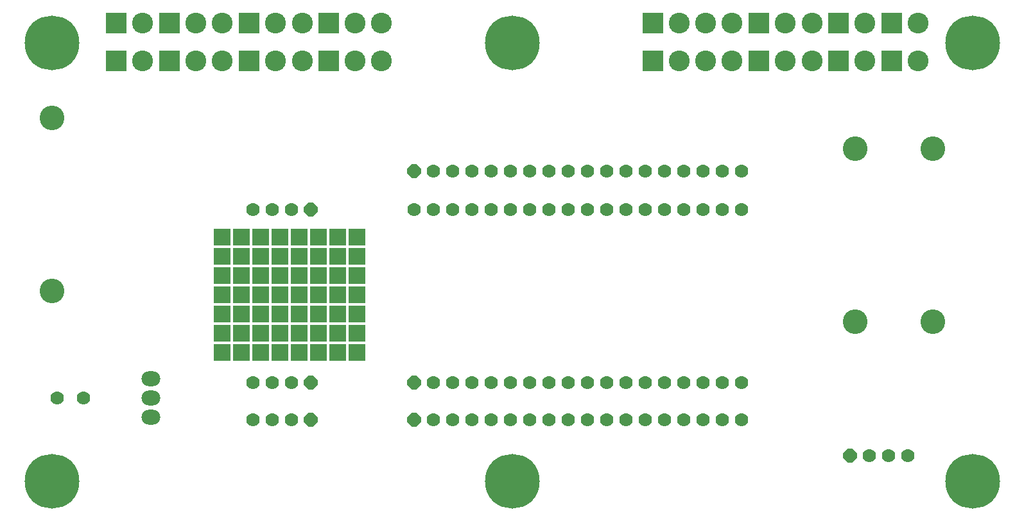
<source format=gbs>
G04*
G04 #@! TF.GenerationSoftware,Altium Limited,Altium Designer,18.1.7 (191)*
G04*
G04 Layer_Color=16711935*
%FSLAX23Y23*%
%MOIN*%
G70*
G01*
G75*
%ADD27R,0.088X0.088*%
%ADD28P,0.076X8X202.5*%
%ADD29C,0.070*%
%ADD30C,0.128*%
%ADD31C,0.108*%
%ADD32R,0.108X0.108*%
%ADD33C,0.284*%
%ADD34O,0.098X0.078*%
D27*
X24110Y5821D02*
D03*
X24210D02*
D03*
X24310D02*
D03*
X24410D02*
D03*
Y5721D02*
D03*
X24310D02*
D03*
X24210D02*
D03*
X24110D02*
D03*
X24410Y5621D02*
D03*
X24310D02*
D03*
X24210D02*
D03*
X24110D02*
D03*
X24410Y5521D02*
D03*
X24310D02*
D03*
X24210D02*
D03*
X24110D02*
D03*
X24410Y5421D02*
D03*
X24310D02*
D03*
X24210D02*
D03*
X24110D02*
D03*
X24410Y5321D02*
D03*
X24310D02*
D03*
X24210D02*
D03*
X24110D02*
D03*
X24410Y5220D02*
D03*
X24310D02*
D03*
X24210D02*
D03*
X24110D02*
D03*
X24510D02*
D03*
X24610D02*
D03*
X24710D02*
D03*
X24810D02*
D03*
X24510Y5321D02*
D03*
X24610D02*
D03*
X24710D02*
D03*
X24810D02*
D03*
X24510Y5421D02*
D03*
X24610D02*
D03*
X24710D02*
D03*
X24810D02*
D03*
X24510Y5521D02*
D03*
X24610D02*
D03*
X24710D02*
D03*
X24810D02*
D03*
X24510Y5621D02*
D03*
X24610D02*
D03*
X24710D02*
D03*
X24810D02*
D03*
X24510Y5721D02*
D03*
X24610D02*
D03*
X24710D02*
D03*
X24810D02*
D03*
Y5821D02*
D03*
X24710D02*
D03*
X24610D02*
D03*
X24510D02*
D03*
D28*
X24570Y5965D02*
D03*
Y5065D02*
D03*
Y4870D02*
D03*
X25105D02*
D03*
Y6165D02*
D03*
X27370Y4685D02*
D03*
X25105Y5065D02*
D03*
D29*
X24470Y5965D02*
D03*
X24370D02*
D03*
X24270D02*
D03*
X24470Y5065D02*
D03*
X24370D02*
D03*
X24270D02*
D03*
X24470Y4870D02*
D03*
X24370D02*
D03*
X24270D02*
D03*
X25205D02*
D03*
X25305D02*
D03*
X25405D02*
D03*
X25505D02*
D03*
X25605D02*
D03*
X25705D02*
D03*
X25805D02*
D03*
X25905D02*
D03*
X26005D02*
D03*
X26105D02*
D03*
X26205D02*
D03*
X26305D02*
D03*
X26405D02*
D03*
X26505D02*
D03*
X26605D02*
D03*
X26705D02*
D03*
X26805D02*
D03*
X25205Y6165D02*
D03*
X25305D02*
D03*
X25405D02*
D03*
X25505D02*
D03*
X25605D02*
D03*
X25705D02*
D03*
X25805D02*
D03*
X25905D02*
D03*
X26005D02*
D03*
X26105D02*
D03*
X26205D02*
D03*
X26305D02*
D03*
X26405D02*
D03*
X26505D02*
D03*
X26605D02*
D03*
X26705D02*
D03*
X26805D02*
D03*
X27670Y4685D02*
D03*
X27570D02*
D03*
X27470D02*
D03*
X26505Y5965D02*
D03*
X26405D02*
D03*
X26305D02*
D03*
X26205D02*
D03*
X26105D02*
D03*
X26005D02*
D03*
X25905D02*
D03*
X25805D02*
D03*
X25205D02*
D03*
X25305D02*
D03*
X25405D02*
D03*
X25505D02*
D03*
X25605D02*
D03*
X25705D02*
D03*
X26605D02*
D03*
X26705D02*
D03*
X26805D02*
D03*
Y5065D02*
D03*
X26705D02*
D03*
X26605D02*
D03*
X25705D02*
D03*
X25605D02*
D03*
X25505D02*
D03*
X25405D02*
D03*
X25305D02*
D03*
X25205D02*
D03*
X25805D02*
D03*
X25905D02*
D03*
X26005D02*
D03*
X26105D02*
D03*
X26205D02*
D03*
X26305D02*
D03*
X26405D02*
D03*
X26505D02*
D03*
X25105Y5965D02*
D03*
X23252Y4985D02*
D03*
X23390D02*
D03*
D30*
X27395Y5380D02*
D03*
Y6280D02*
D03*
X27800Y5380D02*
D03*
Y6280D02*
D03*
X23225Y6440D02*
D03*
Y5540D02*
D03*
D31*
X27723Y6935D02*
D03*
Y6738D02*
D03*
X27447Y6935D02*
D03*
Y6738D02*
D03*
X26483Y6935D02*
D03*
X26621D02*
D03*
Y6738D02*
D03*
X26483D02*
D03*
X26758D02*
D03*
Y6935D02*
D03*
X23698D02*
D03*
Y6738D02*
D03*
X27034D02*
D03*
X27172D02*
D03*
Y6935D02*
D03*
X27034D02*
D03*
X24800Y6738D02*
D03*
X24938D02*
D03*
Y6935D02*
D03*
X24800D02*
D03*
X24387Y6738D02*
D03*
X24525D02*
D03*
Y6935D02*
D03*
X24387D02*
D03*
X23973Y6738D02*
D03*
X24111D02*
D03*
Y6935D02*
D03*
X23973D02*
D03*
D32*
X27585D02*
D03*
Y6738D02*
D03*
X27310Y6935D02*
D03*
Y6738D02*
D03*
X26345Y6935D02*
D03*
Y6738D02*
D03*
X23560Y6935D02*
D03*
Y6738D02*
D03*
X26896D02*
D03*
Y6935D02*
D03*
X24662Y6738D02*
D03*
Y6935D02*
D03*
X24249Y6738D02*
D03*
Y6935D02*
D03*
X23836Y6738D02*
D03*
Y6935D02*
D03*
D33*
X25615Y6830D02*
D03*
X28005Y4550D02*
D03*
Y6830D02*
D03*
X25615Y4550D02*
D03*
X23225D02*
D03*
Y6830D02*
D03*
D34*
X23740Y4985D02*
D03*
Y4885D02*
D03*
Y5085D02*
D03*
M02*

</source>
